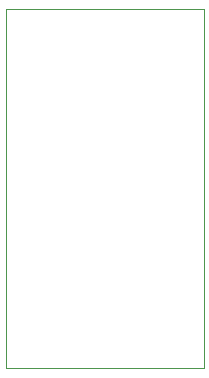
<source format=gbr>
%FSLAX46Y46*%
G04 Gerber Fmt 4.6, Leading zero omitted, Abs format (unit mm)*
G04 Created by KiCad (PCBNEW (2014-10-22 BZR 5216)-product) date Thu 04 Jun 2015 03:27:15 PM EDT*
%MOMM*%
G01*
G04 APERTURE LIST*
%ADD10C,0.100000*%
G04 APERTURE END LIST*
D10*
X163000000Y-119200000D02*
X163000000Y-104200000D01*
X179800000Y-119200000D02*
X163000000Y-119200000D01*
X179800000Y-88800000D02*
X179800000Y-119200000D01*
X163000000Y-88800000D02*
X179800000Y-88800000D01*
X163000000Y-104200000D02*
X163000000Y-88800000D01*
M02*

</source>
